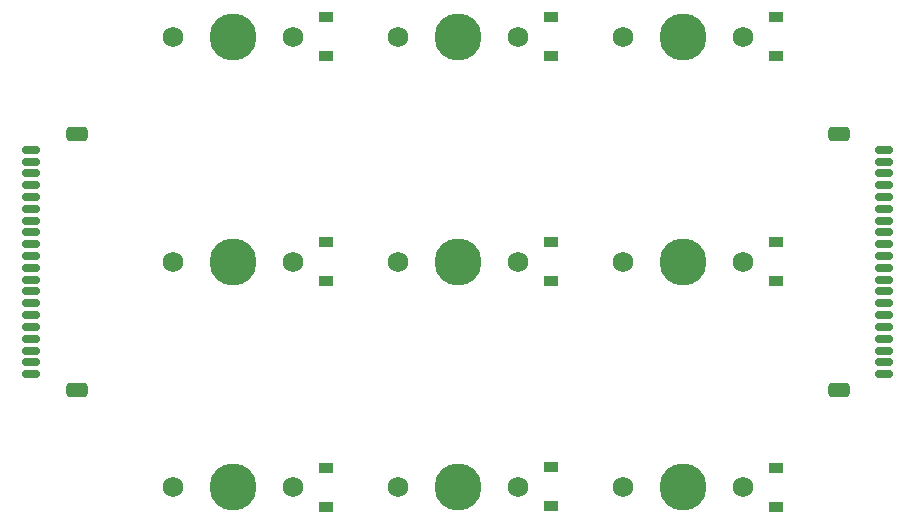
<source format=gts>
%TF.GenerationSoftware,KiCad,Pcbnew,(6.0.9)*%
%TF.CreationDate,2022-12-29T20:17:03-06:00*%
%TF.ProjectId,Programmable Keys,50726f67-7261-46d6-9d61-626c65204b65,rev?*%
%TF.SameCoordinates,Original*%
%TF.FileFunction,Soldermask,Top*%
%TF.FilePolarity,Negative*%
%FSLAX46Y46*%
G04 Gerber Fmt 4.6, Leading zero omitted, Abs format (unit mm)*
G04 Created by KiCad (PCBNEW (6.0.9)) date 2022-12-29 20:17:03*
%MOMM*%
%LPD*%
G01*
G04 APERTURE LIST*
G04 Aperture macros list*
%AMRoundRect*
0 Rectangle with rounded corners*
0 $1 Rounding radius*
0 $2 $3 $4 $5 $6 $7 $8 $9 X,Y pos of 4 corners*
0 Add a 4 corners polygon primitive as box body*
4,1,4,$2,$3,$4,$5,$6,$7,$8,$9,$2,$3,0*
0 Add four circle primitives for the rounded corners*
1,1,$1+$1,$2,$3*
1,1,$1+$1,$4,$5*
1,1,$1+$1,$6,$7*
1,1,$1+$1,$8,$9*
0 Add four rect primitives between the rounded corners*
20,1,$1+$1,$2,$3,$4,$5,0*
20,1,$1+$1,$4,$5,$6,$7,0*
20,1,$1+$1,$6,$7,$8,$9,0*
20,1,$1+$1,$8,$9,$2,$3,0*%
G04 Aperture macros list end*
%ADD10C,1.750000*%
%ADD11C,3.987800*%
%ADD12R,1.200000X0.900000*%
%ADD13RoundRect,0.150000X-0.625000X0.150000X-0.625000X-0.150000X0.625000X-0.150000X0.625000X0.150000X0*%
%ADD14RoundRect,0.250000X-0.650000X0.350000X-0.650000X-0.350000X0.650000X-0.350000X0.650000X0.350000X0*%
%ADD15RoundRect,0.150000X0.625000X-0.150000X0.625000X0.150000X-0.625000X0.150000X-0.625000X-0.150000X0*%
%ADD16RoundRect,0.250000X0.650000X-0.350000X0.650000X0.350000X-0.650000X0.350000X-0.650000X-0.350000X0*%
G04 APERTURE END LIST*
D10*
%TO.C,MX8*%
X181451250Y-100012500D03*
D11*
X186531250Y-100012500D03*
D10*
X191611250Y-100012500D03*
%TD*%
D12*
%TO.C,D3*%
X175418750Y-101725000D03*
X175418750Y-98425000D03*
%TD*%
%TO.C,D9*%
X213518750Y-101725000D03*
X213518750Y-98425000D03*
%TD*%
%TO.C,D1*%
X175418750Y-63562500D03*
X175418750Y-60262500D03*
%TD*%
D11*
%TO.C,MX1*%
X167481250Y-61912500D03*
D10*
X162401250Y-61912500D03*
X172561250Y-61912500D03*
%TD*%
D12*
%TO.C,D4*%
X194468750Y-63562500D03*
X194468750Y-60262500D03*
%TD*%
%TO.C,D5*%
X194468750Y-82612500D03*
X194468750Y-79312500D03*
%TD*%
D13*
%TO.C,J2*%
X222662500Y-71462500D03*
X222662500Y-72462500D03*
X222662500Y-73462500D03*
X222662500Y-74462500D03*
X222662500Y-75462500D03*
X222662500Y-76462500D03*
X222662500Y-77462500D03*
X222662500Y-78462500D03*
X222662500Y-79462500D03*
X222662500Y-80462500D03*
X222662500Y-81462500D03*
X222662500Y-82462500D03*
X222662500Y-83462500D03*
X222662500Y-84462500D03*
X222662500Y-85462500D03*
X222662500Y-86462500D03*
X222662500Y-87462500D03*
X222662500Y-88462500D03*
X222662500Y-89462500D03*
X222662500Y-90462500D03*
D14*
X218787500Y-70162500D03*
X218787500Y-91762500D03*
%TD*%
D12*
%TO.C,D6*%
X194468750Y-101662500D03*
X194468750Y-98362500D03*
%TD*%
D11*
%TO.C,MX9*%
X205581250Y-100012500D03*
D10*
X200501250Y-100012500D03*
X210661250Y-100012500D03*
%TD*%
D11*
%TO.C,MX4*%
X167481250Y-80962500D03*
D10*
X162401250Y-80962500D03*
X172561250Y-80962500D03*
%TD*%
D15*
%TO.C,J1*%
X150400000Y-90462500D03*
X150400000Y-89462500D03*
X150400000Y-88462500D03*
X150400000Y-87462500D03*
X150400000Y-86462500D03*
X150400000Y-85462500D03*
X150400000Y-84462500D03*
X150400000Y-83462500D03*
X150400000Y-82462500D03*
X150400000Y-81462500D03*
X150400000Y-80462500D03*
X150400000Y-79462500D03*
X150400000Y-78462500D03*
X150400000Y-77462500D03*
X150400000Y-76462500D03*
X150400000Y-75462500D03*
X150400000Y-74462500D03*
X150400000Y-73462500D03*
X150400000Y-72462500D03*
X150400000Y-71462500D03*
D16*
X154275000Y-91762500D03*
X154275000Y-70162500D03*
%TD*%
D11*
%TO.C,MX3*%
X205581250Y-61912500D03*
D10*
X210661250Y-61912500D03*
X200501250Y-61912500D03*
%TD*%
D12*
%TO.C,D8*%
X213518750Y-82612500D03*
X213518750Y-79312500D03*
%TD*%
%TO.C,D7*%
X213518750Y-63562500D03*
X213518750Y-60262500D03*
%TD*%
D10*
%TO.C,MX7*%
X172561250Y-100012500D03*
D11*
X167481250Y-100012500D03*
D10*
X162401250Y-100012500D03*
%TD*%
%TO.C,MX2*%
X191611250Y-61912500D03*
D11*
X186531250Y-61912500D03*
D10*
X181451250Y-61912500D03*
%TD*%
D11*
%TO.C,MX6*%
X205581250Y-80962500D03*
D10*
X200501250Y-80962500D03*
X210661250Y-80962500D03*
%TD*%
%TO.C,MX5*%
X191611250Y-80962500D03*
X181451250Y-80962500D03*
D11*
X186531250Y-80962500D03*
%TD*%
D12*
%TO.C,D2*%
X175418750Y-82612500D03*
X175418750Y-79312500D03*
%TD*%
M02*

</source>
